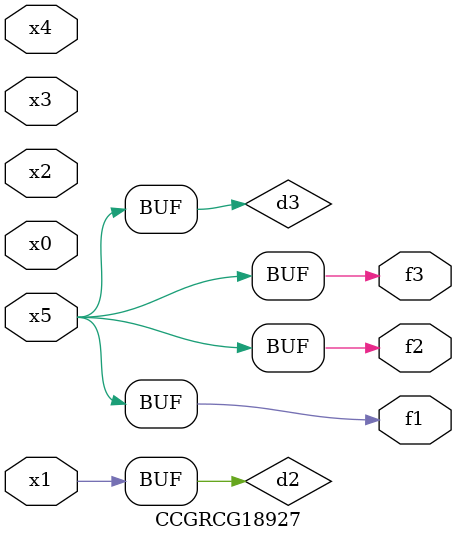
<source format=v>
module CCGRCG18927(
	input x0, x1, x2, x3, x4, x5,
	output f1, f2, f3
);

	wire d1, d2, d3;

	not (d1, x5);
	or (d2, x1);
	xnor (d3, d1);
	assign f1 = d3;
	assign f2 = d3;
	assign f3 = d3;
endmodule

</source>
